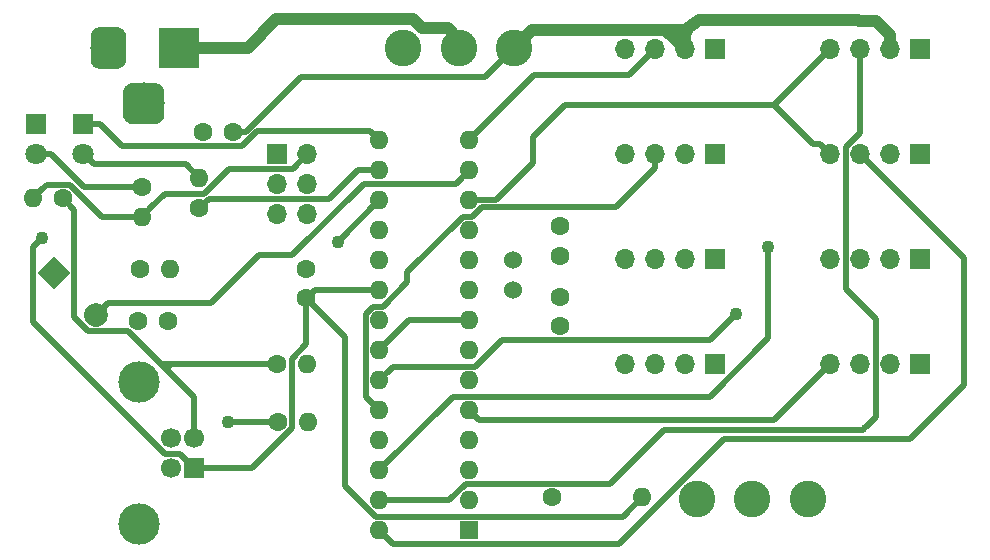
<source format=gbr>
G04 #@! TF.GenerationSoftware,KiCad,Pcbnew,5.1.4+dfsg1-1*
G04 #@! TF.CreationDate,2020-01-19T16:19:53-05:00*
G04 #@! TF.ProjectId,Windig_Kicad,57696e64-6967-45f4-9b69-6361642e6b69,rev?*
G04 #@! TF.SameCoordinates,Original*
G04 #@! TF.FileFunction,Copper,L1,Top*
G04 #@! TF.FilePolarity,Positive*
%FSLAX46Y46*%
G04 Gerber Fmt 4.6, Leading zero omitted, Abs format (unit mm)*
G04 Created by KiCad (PCBNEW 5.1.4+dfsg1-1) date 2020-01-19 16:19:53*
%MOMM*%
%LPD*%
G04 APERTURE LIST*
%ADD10O,1.600000X1.600000*%
%ADD11C,1.600000*%
%ADD12C,2.000000*%
%ADD13C,2.000000*%
%ADD14C,0.100000*%
%ADD15C,1.524000*%
%ADD16R,1.600000X1.600000*%
%ADD17C,3.100000*%
%ADD18R,1.700000X1.700000*%
%ADD19O,1.700000X1.700000*%
%ADD20C,3.500000*%
%ADD21C,1.700000*%
%ADD22R,3.500000X3.500000*%
%ADD23C,3.000000*%
%ADD24C,1.800000*%
%ADD25R,1.800000X1.800000*%
%ADD26C,1.100000*%
%ADD27C,0.500000*%
%ADD28C,1.000000*%
G04 APERTURE END LIST*
D10*
X145045000Y-93300000D03*
D11*
X137425000Y-93300000D03*
D10*
X105065000Y-73950000D03*
D11*
X102525000Y-73950000D03*
D10*
X93510000Y-67975000D03*
D11*
X96050000Y-67975000D03*
D10*
X116690000Y-82000000D03*
D11*
X114150000Y-82000000D03*
D10*
X116790000Y-86900000D03*
D11*
X114250000Y-86900000D03*
D10*
X102725000Y-69540000D03*
D11*
X102725000Y-67000000D03*
D10*
X107600000Y-66285000D03*
D11*
X107600000Y-68825000D03*
X104925000Y-78375000D03*
X102425000Y-78375000D03*
D12*
X98842102Y-77867102D03*
D13*
X98842102Y-77867102D02*
X98842102Y-77867102D01*
D12*
X95250000Y-74275000D03*
D14*
G36*
X93835786Y-74275000D02*
G01*
X95250000Y-72860786D01*
X96664214Y-74275000D01*
X95250000Y-75689214D01*
X93835786Y-74275000D01*
X93835786Y-74275000D01*
G37*
D15*
X134175000Y-73225000D03*
X134175000Y-75765000D03*
D10*
X122830000Y-96075000D03*
X130450000Y-63055000D03*
X122830000Y-93535000D03*
X130450000Y-65595000D03*
X122830000Y-90995000D03*
X130450000Y-68135000D03*
X122830000Y-88455000D03*
X130450000Y-70675000D03*
X122830000Y-85915000D03*
X130450000Y-73215000D03*
X122830000Y-83375000D03*
X130450000Y-75755000D03*
X122830000Y-80835000D03*
X130450000Y-78295000D03*
X122830000Y-78295000D03*
X130450000Y-80835000D03*
X122830000Y-75755000D03*
X130450000Y-83375000D03*
X122830000Y-73215000D03*
X130450000Y-85915000D03*
X122830000Y-70675000D03*
X130450000Y-88455000D03*
X122830000Y-68135000D03*
X130450000Y-90995000D03*
X122830000Y-65595000D03*
X130450000Y-93535000D03*
X122830000Y-63055000D03*
D16*
X130450000Y-96075000D03*
D17*
X149700000Y-93450000D03*
X154400000Y-93450000D03*
X159100000Y-93450000D03*
X134240000Y-55245000D03*
X129540000Y-55245000D03*
X124840000Y-55245000D03*
D18*
X151245000Y-64235000D03*
D19*
X148705000Y-64235000D03*
X146165000Y-64235000D03*
X143625000Y-64235000D03*
D18*
X168600000Y-64235000D03*
D19*
X166060000Y-64235000D03*
X163520000Y-64235000D03*
X160980000Y-64235000D03*
D18*
X151245000Y-82015000D03*
D19*
X148705000Y-82015000D03*
X146165000Y-82015000D03*
X143625000Y-82015000D03*
D18*
X168600000Y-82015000D03*
D19*
X166060000Y-82015000D03*
X163520000Y-82015000D03*
X160980000Y-82015000D03*
X116690000Y-69350000D03*
X114150000Y-69350000D03*
X116690000Y-66810000D03*
X114150000Y-66810000D03*
X116690000Y-64270000D03*
D18*
X114150000Y-64270000D03*
X151245000Y-55345000D03*
D19*
X148705000Y-55345000D03*
X146165000Y-55345000D03*
X143625000Y-55345000D03*
D18*
X168600000Y-55345000D03*
D19*
X166060000Y-55345000D03*
X163520000Y-55345000D03*
X160980000Y-55345000D03*
D18*
X151245000Y-73125000D03*
D19*
X148705000Y-73125000D03*
X146165000Y-73125000D03*
X143625000Y-73125000D03*
D18*
X168600000Y-73125000D03*
D19*
X166060000Y-73125000D03*
X163520000Y-73125000D03*
X160980000Y-73125000D03*
D20*
X102440000Y-83535000D03*
X102440000Y-95575000D03*
D21*
X105150000Y-90805000D03*
X105150000Y-88305000D03*
X107150000Y-88305000D03*
D18*
X107150000Y-90805000D03*
D22*
X105880000Y-55245000D03*
D14*
G36*
X100703513Y-53498611D02*
G01*
X100776318Y-53509411D01*
X100847714Y-53527295D01*
X100917013Y-53552090D01*
X100983548Y-53583559D01*
X101046678Y-53621398D01*
X101105795Y-53665242D01*
X101160330Y-53714670D01*
X101209758Y-53769205D01*
X101253602Y-53828322D01*
X101291441Y-53891452D01*
X101322910Y-53957987D01*
X101347705Y-54027286D01*
X101365589Y-54098682D01*
X101376389Y-54171487D01*
X101380000Y-54245000D01*
X101380000Y-56245000D01*
X101376389Y-56318513D01*
X101365589Y-56391318D01*
X101347705Y-56462714D01*
X101322910Y-56532013D01*
X101291441Y-56598548D01*
X101253602Y-56661678D01*
X101209758Y-56720795D01*
X101160330Y-56775330D01*
X101105795Y-56824758D01*
X101046678Y-56868602D01*
X100983548Y-56906441D01*
X100917013Y-56937910D01*
X100847714Y-56962705D01*
X100776318Y-56980589D01*
X100703513Y-56991389D01*
X100630000Y-56995000D01*
X99130000Y-56995000D01*
X99056487Y-56991389D01*
X98983682Y-56980589D01*
X98912286Y-56962705D01*
X98842987Y-56937910D01*
X98776452Y-56906441D01*
X98713322Y-56868602D01*
X98654205Y-56824758D01*
X98599670Y-56775330D01*
X98550242Y-56720795D01*
X98506398Y-56661678D01*
X98468559Y-56598548D01*
X98437090Y-56532013D01*
X98412295Y-56462714D01*
X98394411Y-56391318D01*
X98383611Y-56318513D01*
X98380000Y-56245000D01*
X98380000Y-54245000D01*
X98383611Y-54171487D01*
X98394411Y-54098682D01*
X98412295Y-54027286D01*
X98437090Y-53957987D01*
X98468559Y-53891452D01*
X98506398Y-53828322D01*
X98550242Y-53769205D01*
X98599670Y-53714670D01*
X98654205Y-53665242D01*
X98713322Y-53621398D01*
X98776452Y-53583559D01*
X98842987Y-53552090D01*
X98912286Y-53527295D01*
X98983682Y-53509411D01*
X99056487Y-53498611D01*
X99130000Y-53495000D01*
X100630000Y-53495000D01*
X100703513Y-53498611D01*
X100703513Y-53498611D01*
G37*
D23*
X99880000Y-55245000D03*
D14*
G36*
X103840765Y-58199213D02*
G01*
X103925704Y-58211813D01*
X104008999Y-58232677D01*
X104089848Y-58261605D01*
X104167472Y-58298319D01*
X104241124Y-58342464D01*
X104310094Y-58393616D01*
X104373718Y-58451282D01*
X104431384Y-58514906D01*
X104482536Y-58583876D01*
X104526681Y-58657528D01*
X104563395Y-58735152D01*
X104592323Y-58816001D01*
X104613187Y-58899296D01*
X104625787Y-58984235D01*
X104630000Y-59070000D01*
X104630000Y-60820000D01*
X104625787Y-60905765D01*
X104613187Y-60990704D01*
X104592323Y-61073999D01*
X104563395Y-61154848D01*
X104526681Y-61232472D01*
X104482536Y-61306124D01*
X104431384Y-61375094D01*
X104373718Y-61438718D01*
X104310094Y-61496384D01*
X104241124Y-61547536D01*
X104167472Y-61591681D01*
X104089848Y-61628395D01*
X104008999Y-61657323D01*
X103925704Y-61678187D01*
X103840765Y-61690787D01*
X103755000Y-61695000D01*
X102005000Y-61695000D01*
X101919235Y-61690787D01*
X101834296Y-61678187D01*
X101751001Y-61657323D01*
X101670152Y-61628395D01*
X101592528Y-61591681D01*
X101518876Y-61547536D01*
X101449906Y-61496384D01*
X101386282Y-61438718D01*
X101328616Y-61375094D01*
X101277464Y-61306124D01*
X101233319Y-61232472D01*
X101196605Y-61154848D01*
X101167677Y-61073999D01*
X101146813Y-60990704D01*
X101134213Y-60905765D01*
X101130000Y-60820000D01*
X101130000Y-59070000D01*
X101134213Y-58984235D01*
X101146813Y-58899296D01*
X101167677Y-58816001D01*
X101196605Y-58735152D01*
X101233319Y-58657528D01*
X101277464Y-58583876D01*
X101328616Y-58514906D01*
X101386282Y-58451282D01*
X101449906Y-58393616D01*
X101518876Y-58342464D01*
X101592528Y-58298319D01*
X101670152Y-58261605D01*
X101751001Y-58232677D01*
X101834296Y-58211813D01*
X101919235Y-58199213D01*
X102005000Y-58195000D01*
X103755000Y-58195000D01*
X103840765Y-58199213D01*
X103840765Y-58199213D01*
G37*
D20*
X102880000Y-59945000D03*
D24*
X97775000Y-64215000D03*
D25*
X97775000Y-61675000D03*
D24*
X93800000Y-64215000D03*
D25*
X93800000Y-61675000D03*
D11*
X138100000Y-70325000D03*
X138100000Y-72825000D03*
X138125000Y-78800000D03*
X138125000Y-76300000D03*
X107900000Y-62375000D03*
X110400000Y-62375000D03*
X116650000Y-76450000D03*
X116650000Y-73950000D03*
D26*
X94275000Y-71325000D03*
X155775000Y-72125000D03*
X119325000Y-71640000D03*
X153000000Y-77750000D03*
X110002817Y-86900000D03*
D27*
X94309999Y-67175001D02*
X93510000Y-67975000D01*
X94660001Y-66824999D02*
X94309999Y-67175001D01*
X96602001Y-66824999D02*
X94660001Y-66824999D01*
X99317002Y-69540000D02*
X96602001Y-66824999D01*
X102725000Y-69540000D02*
X99317002Y-69540000D01*
X93485776Y-78416778D02*
X93485776Y-72114224D01*
X104673997Y-89604999D02*
X93485776Y-78416778D01*
X107150000Y-90805000D02*
X105949999Y-89604999D01*
X105949999Y-89604999D02*
X104673997Y-89604999D01*
X93485776Y-72114224D02*
X94275000Y-71325000D01*
X94275000Y-71325000D02*
X94275000Y-71325000D01*
X103524999Y-68740001D02*
X102725000Y-69540000D01*
X104665000Y-67600000D02*
X103524999Y-68740001D01*
X110106457Y-65470001D02*
X107976458Y-67600000D01*
X115489999Y-65470001D02*
X110106457Y-65470001D01*
X107976458Y-67600000D02*
X104665000Y-67600000D01*
X116690000Y-64270000D02*
X115489999Y-65470001D01*
X117345000Y-75755000D02*
X116650000Y-76450000D01*
X122830000Y-75755000D02*
X117345000Y-75755000D01*
X108500000Y-90805000D02*
X107150000Y-90805000D01*
X112047002Y-90805000D02*
X108500000Y-90805000D01*
X115400001Y-87452001D02*
X112047002Y-90805000D01*
X115400001Y-81587997D02*
X115400001Y-87452001D01*
X116650000Y-80337998D02*
X115400001Y-81587997D01*
X116650000Y-76450000D02*
X116650000Y-80337998D01*
X122517997Y-94924999D02*
X119950000Y-92357002D01*
X145045000Y-93300000D02*
X143420001Y-94924999D01*
X143420001Y-94924999D02*
X122517997Y-94924999D01*
X119950000Y-79750000D02*
X116650000Y-76450000D01*
X119950000Y-92357002D02*
X119950000Y-79750000D01*
X125370000Y-78295000D02*
X130450000Y-78295000D01*
X122830000Y-80835000D02*
X125370000Y-78295000D01*
D28*
X149922919Y-52925000D02*
X163350000Y-52925000D01*
X148705000Y-55345000D02*
X148705000Y-54142919D01*
X166060000Y-54142919D02*
X164917081Y-53000000D01*
X166060000Y-55345000D02*
X166060000Y-54142919D01*
X163425000Y-53000000D02*
X163350000Y-52925000D01*
X164917081Y-53000000D02*
X163425000Y-53000000D01*
X147055001Y-53695001D02*
X147855001Y-54495001D01*
X135789999Y-53695001D02*
X147055001Y-53695001D01*
X147855001Y-54495001D02*
X148705000Y-55345000D01*
X134240000Y-55245000D02*
X135789999Y-53695001D01*
X148854999Y-53695001D02*
X149000000Y-53550000D01*
X147055001Y-53695001D02*
X148854999Y-53695001D01*
X148705000Y-54142919D02*
X149000000Y-53550000D01*
X149000000Y-53550000D02*
X149922919Y-52925000D01*
D27*
X111531370Y-62375000D02*
X116156370Y-57750000D01*
X110400000Y-62375000D02*
X111531370Y-62375000D01*
X131735000Y-57750000D02*
X134240000Y-55245000D01*
X116156370Y-57750000D02*
X131735000Y-57750000D01*
X101593630Y-67000000D02*
X102725000Y-67000000D01*
X95072792Y-64215000D02*
X97857792Y-67000000D01*
X97857792Y-67000000D02*
X101593630Y-67000000D01*
X93800000Y-64215000D02*
X95072792Y-64215000D01*
X108399999Y-68025001D02*
X118600001Y-68025001D01*
X107600000Y-68825000D02*
X108399999Y-68025001D01*
X121030002Y-65595000D02*
X122830000Y-65595000D01*
X118600001Y-68025001D02*
X121030002Y-65595000D01*
X99175000Y-61675000D02*
X97775000Y-61675000D01*
X101025001Y-63525001D02*
X99175000Y-61675000D01*
X111229911Y-63525001D02*
X101025001Y-63525001D01*
X112499911Y-62255001D02*
X111229911Y-63525001D01*
X122030001Y-62255001D02*
X112499911Y-62255001D01*
X122830000Y-63055000D02*
X122030001Y-62255001D01*
D28*
X129025000Y-54730000D02*
X129540000Y-55245000D01*
X129025000Y-53925000D02*
X129025000Y-54730000D01*
X128675000Y-53575000D02*
X129025000Y-53925000D01*
X114118999Y-52799999D02*
X125674999Y-52799999D01*
X111673998Y-55245000D02*
X114118999Y-52799999D01*
X105880000Y-55245000D02*
X111673998Y-55245000D01*
X125674999Y-52799999D02*
X126450000Y-53575000D01*
X126450000Y-53575000D02*
X128675000Y-53575000D01*
D27*
X150825003Y-84764999D02*
X155775000Y-79815002D01*
X122830000Y-90995000D02*
X129060001Y-84764999D01*
X129060001Y-84764999D02*
X150825003Y-84764999D01*
X155775000Y-79815002D02*
X155775000Y-72125000D01*
X155775000Y-72125000D02*
X155775000Y-72125000D01*
X160980000Y-82015000D02*
X156220000Y-86775000D01*
X131310000Y-86775000D02*
X130450000Y-85915000D01*
X156220000Y-86775000D02*
X131310000Y-86775000D01*
X128747998Y-93535000D02*
X122830000Y-93535000D01*
X130137997Y-92145001D02*
X128747998Y-93535000D01*
X164859999Y-78184999D02*
X164859999Y-86515001D01*
X146900000Y-87600000D02*
X142354999Y-92145001D01*
X164000000Y-87375000D02*
X163975000Y-87375000D01*
X163520000Y-55345000D02*
X163520000Y-62458998D01*
X162319999Y-75644999D02*
X164859999Y-78184999D01*
X142354999Y-92145001D02*
X130137997Y-92145001D01*
X162319999Y-63658999D02*
X162319999Y-75644999D01*
X163520000Y-62458998D02*
X162319999Y-63658999D01*
X164859999Y-86515001D02*
X164000000Y-87375000D01*
X163975000Y-87375000D02*
X163750000Y-87600000D01*
X163750000Y-87600000D02*
X146900000Y-87600000D01*
X160980000Y-55345000D02*
X156250000Y-60075000D01*
X138510000Y-60075000D02*
X135825000Y-62760000D01*
X156250000Y-60075000D02*
X138510000Y-60075000D01*
X135825000Y-62760000D02*
X135825000Y-65025000D01*
X132715000Y-68135000D02*
X130450000Y-68135000D01*
X135825000Y-65025000D02*
X132715000Y-68135000D01*
X159560001Y-63385001D02*
X156250000Y-60075000D01*
X160130001Y-63385001D02*
X159560001Y-63385001D01*
X160980000Y-64235000D02*
X160130001Y-63385001D01*
X130450000Y-63055000D02*
X135955000Y-57550000D01*
X143960000Y-57550000D02*
X146165000Y-55345000D01*
X135955000Y-57550000D02*
X143960000Y-57550000D01*
X122830000Y-68135000D02*
X119325000Y-71640000D01*
X119325000Y-71640000D02*
X119325000Y-71640000D01*
X123980001Y-82224999D02*
X123629999Y-82575001D01*
X123629999Y-82575001D02*
X122830000Y-83375000D01*
X130950001Y-82224999D02*
X123980001Y-82224999D01*
X133224999Y-79950001D02*
X130950001Y-82224999D01*
X150799999Y-79950001D02*
X133224999Y-79950001D01*
X153000000Y-77750000D02*
X150799999Y-79950001D01*
X172300000Y-73015000D02*
X163520000Y-64235000D01*
X172300000Y-83775000D02*
X172300000Y-73015000D01*
X123980001Y-97225001D02*
X143112997Y-97225001D01*
X167750000Y-88325000D02*
X172300000Y-83775000D01*
X122830000Y-96075000D02*
X123980001Y-97225001D01*
X143112997Y-97225001D02*
X152012998Y-88325000D01*
X152012998Y-88325000D02*
X167750000Y-88325000D01*
X129897999Y-69524999D02*
X125200000Y-74222998D01*
X146165000Y-65437081D02*
X142867071Y-68735010D01*
X146165000Y-64235000D02*
X146165000Y-65437081D01*
X142867071Y-68735010D02*
X131489990Y-68735010D01*
X131489990Y-68735010D02*
X130700001Y-69524999D01*
X130700001Y-69524999D02*
X129897999Y-69524999D01*
X121679999Y-77742999D02*
X121679999Y-84764999D01*
X122030001Y-85115001D02*
X122830000Y-85915000D01*
X122277999Y-77144999D02*
X121679999Y-77742999D01*
X123142003Y-77144999D02*
X122277999Y-77144999D01*
X121679999Y-84764999D02*
X122030001Y-85115001D01*
X125200000Y-75087002D02*
X123142003Y-77144999D01*
X125200000Y-74222998D02*
X125200000Y-75087002D01*
X110002817Y-86900000D02*
X110002817Y-86900000D01*
X110002817Y-86900000D02*
X114250000Y-86900000D01*
X97014224Y-78037226D02*
X97014224Y-68939224D01*
X96849999Y-68774999D02*
X96050000Y-67975000D01*
X98194101Y-79217103D02*
X97014224Y-78037226D01*
X101565101Y-79217103D02*
X98194101Y-79217103D01*
X104347998Y-82000000D02*
X101565101Y-79217103D01*
X97014224Y-68939224D02*
X96849999Y-68774999D01*
X107150000Y-88305000D02*
X107150000Y-84800000D01*
X104375000Y-82025000D02*
X104347998Y-82000000D01*
X104925000Y-82300000D02*
X105200000Y-82025000D01*
X104925000Y-82575000D02*
X104925000Y-82300000D01*
X107150000Y-84800000D02*
X104925000Y-82575000D01*
X114150000Y-82000000D02*
X105200000Y-82025000D01*
X104925000Y-82575000D02*
X104375000Y-82025000D01*
X105200000Y-82025000D02*
X104375000Y-82025000D01*
X106429999Y-65114999D02*
X107600000Y-66285000D01*
X97775000Y-64215000D02*
X98674999Y-65114999D01*
X98674999Y-65114999D02*
X106429999Y-65114999D01*
X99842101Y-76867103D02*
X108542103Y-76867103D01*
X98842102Y-77867102D02*
X99842101Y-76867103D01*
X112609207Y-72799999D02*
X115475001Y-72799999D01*
X108542103Y-76867103D02*
X112609207Y-72799999D01*
X129299999Y-66745001D02*
X129650001Y-66394999D01*
X129650001Y-66394999D02*
X130450000Y-65595000D01*
X121529999Y-66745001D02*
X129299999Y-66745001D01*
X115475001Y-72799999D02*
X121529999Y-66745001D01*
M02*

</source>
